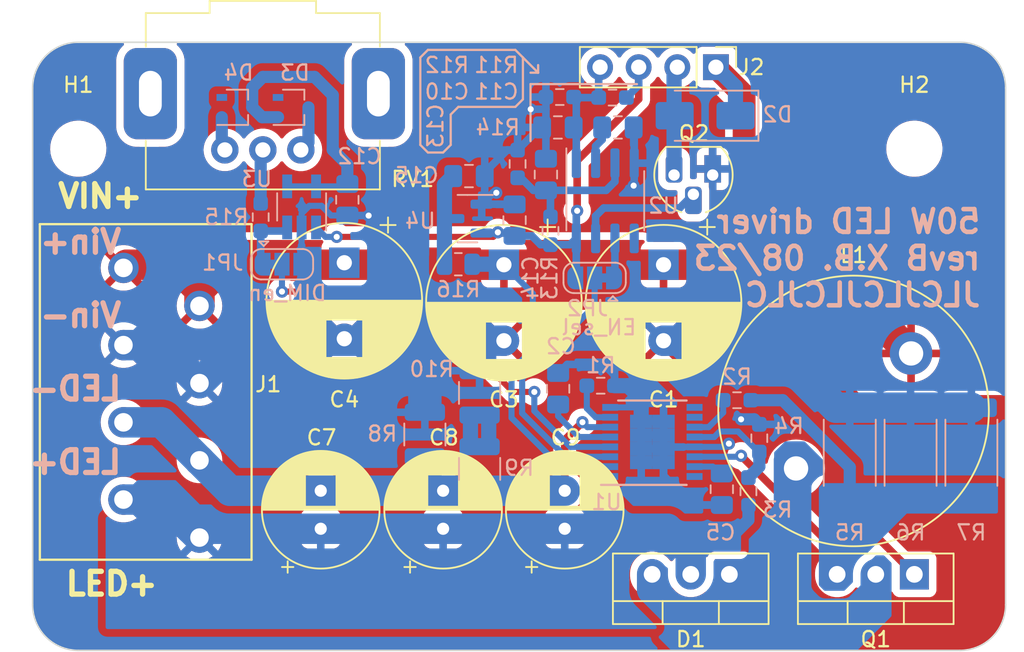
<source format=kicad_pcb>
(kicad_pcb (version 20221018) (generator pcbnew)
  (layers (0 "F.Cu" signal) (31 "B.Cu" signal) (34 "B.Paste" user) (35 "F.Paste" user) (36 "B.SilkS" user "B.Silkscreen") (37 "F.SilkS" user "F.Silkscreen") (38 "B.Mask" user) (39 "F.Mask" user) (44 "Edge.Cuts" user))
  (net 0 "")
  (net 1 "VCC")
  (net 2 "GND")
  (net 3 "/COMP")
  (net 4 "GNDA")
  (net 5 "/VDD")
  (net 6 "/LED+")
  (net 7 "/LED-")
  (net 8 "/Vsw")
  (net 9 "/Gate")
  (net 10 "/Isns_MOS")
  (net 11 "/FS")
  (net 12 "Net-(U1-IS)")
  (net 13 "/OVP")
  (net 14 "Net-(R10-Pad2)")
  (net 16 "/EN")
  (net 17 "/DIM")
  (net 21 "/FAN")
  (net 22 "/NTC")
  (net 23 "Net-(U2-Cf)")
  (net 24 "Net-(D3-A)")
  (net 25 "/Vas")
  (net 26 "+5V")
  (net 27 "/VCC_filt")
  (net 29 "Net-(D3-K)")
  (net 30 "Net-(D4-A)")
  (net 32 "Net-(JP1-A)")
  (net 33 "/~{Fan_fault}")
  (net 34 "Net-(Q2-G)")
  (net 35 "Net-(R15-Pad1)")
  (footprint "Capacitor_THT:CP_Radial_D7.5mm_P2.50mm" (layer "F.Cu") (at 74 85 90)
    (fp_text reference "C8")
    (fp_text value "47u")
  )
  (footprint "footprints:1986712-4_TE_Connectivity" (layer "F.Cu") (at 57.973 70.34 -90)
    (fp_text reference "J1")
    (fp_text value "PWR")
  )
  (footprint "MountingHole:MountingHole_3.2mm_M3" (layer "F.Cu") (at 105 60)
    (fp_text reference "H2")
    (fp_text value "MountingHole")
  )
  (footprint "Package_TO_SOT_THT:TO-220-3_Vertical" (layer "F.Cu") (at 105 88 180)
    (fp_text reference "Q1")
    (fp_text value "Q_NMOS_GDS")
  )
  (footprint "Capacitor_THT:CP_Radial_D7.5mm_P2.50mm" (layer "F.Cu") (at 65.95 85 90)
    (fp_text reference "C7")
    (fp_text value "47u")
  )
  (footprint "Capacitor_THT:CP_Radial_D10.0mm_P5.00mm" (layer "F.Cu") (at 78 67.632323 -90)
    (fp_text reference "C3")
    (fp_text value "470u")
  )
  (footprint "MountingHole:MountingHole_3.2mm_M3" (layer "F.Cu") (at 50 60)
    (fp_text reference "H1")
    (fp_text value "MountingHole")
  )
  (footprint "footprints:PCV-1-153-10L" (layer "F.Cu") (at 101 77.25 -135)
    (fp_text reference "L1")
    (fp_text value "15u")
  )
  (footprint "footprints:Potentiometer_oldTV_greyKnob" (layer "F.Cu") (at 62.142024 60.0775 -90)
    (fp_text reference "RV1")
    (fp_text value "100k")
  )
  (footprint "Connector_PinHeader_2.54mm:PinHeader_1x04_P2.54mm_Vertical" (layer "F.Cu") (at 91.945 54.6375 -90)
    (fp_text reference "J2")
    (fp_text value "FAN")
  )
  (footprint "Capacitor_THT:CP_Radial_D10.0mm_P5.00mm" (layer "F.Cu") (at 67.5 67.5 -90)
    (fp_text reference "C4")
    (fp_text value "470u")
  )
  (footprint "Package_TO_SOT_THT:TO-220-3_Vertical" (layer "F.Cu") (at 92.83 88 180)
    (fp_text reference "D1")
    (fp_text value "D_AAK")
  )
  (footprint "Capacitor_THT:CP_Radial_D10.0mm_P5.00mm" (layer "F.Cu") (at 88.5 67.632323 -90)
    (fp_text reference "C1")
    (fp_text value "470u")
  )
  (footprint "Capacitor_THT:CP_Radial_D7.5mm_P2.50mm" (layer "F.Cu") (at 82 85 90)
    (fp_text reference "C9")
    (fp_text value "47u")
  )
  (footprint "Package_TO_SOT_THT:TO-92L_HandSolder" (layer "F.Cu") (at 91.7325 61.73 180)
    (fp_text reference "Q2")
    (fp_text value "VN2210N3")
  )
  (footprint "Resistor_SMD:R_2512_6332Metric" (layer "B.Cu") (at 104.75 80 -90)
    (fp_text reference "R6")
    (fp_text value "200m")
  )
  (footprint "NetTie:NetTie-2_SMD_Pad0.5mm" (layer "B.Cu") (at 89.325 79.625)
    (fp_text reference "NT1")
    (fp_text value "NetTie_2")
  )
  (footprint "Resistor_SMD:R_0603_1608Metric_Pad0.98x0.95mm_HandSolder" (layer "B.Cu") (at 85.145 56.6375 180)
    (fp_text reference "R11")
    (fp_text value "DNP")
  )
  (footprint "Package_TO_SOT_SMD:SOT-23-5_HandSoldering" (layer "B.Cu") (at 64.692024 63.8275 90)
    (fp_text reference "U3")
    (fp_text value "~")
  )
  (footprint "Resistor_SMD:R_1210_3225Metric" (layer "B.Cu") (at 72.8 78.8 -90)
    (fp_text reference "R8")
    (fp_text value "2")
  )
  (footprint "Resistor_SMD:R_0603_1608Metric_Pad0.98x0.95mm_HandSolder" (layer "B.Cu") (at 62 64.5 -90)
    (fp_text reference "R15")
    (fp_text value "1k")
  )
  (footprint "Resistor_SMD:R_1210_3225Metric" (layer "B.Cu") (at 76.4 76.0625 -90)
    (fp_text reference "R10")
    (fp_text value "100m")
  )
  (footprint "Resistor_SMD:R_2512_6332Metric" (layer "B.Cu") (at 108.75 80 -90)
    (fp_text reference "R7")
    (fp_text value "200m")
  )
  (footprint "Diode_SMD:D_SMA" (layer "B.Cu") (at 91.2325 57.83 180)
    (fp_text reference "D2")
    (fp_text value "SS14")
  )
  (footprint "Resistor_SMD:R_0603_1608Metric_Pad0.98x0.95mm_HandSolder" (layer "B.Cu") (at 81.0625 65.4 90)
    (fp_text reference "R13")
    (fp_text value "33k")
  )
  (footprint "Resistor_SMD:R_0603_1608Metric_Pad0.98x0.95mm_HandSolder" (layer "B.Cu") (at 81.675 56.6 180)
    (fp_text reference "R12")
    (fp_text value "3.9k")
  )
  (footprint "Jumper:SolderJumper-3_P1.3mm_Bridged12_RoundedPad1.0x1.5mm" (layer "B.Cu") (at 63.4 67.6)
    (fp_text reference "JP1")
    (fp_text value "DIM_en")
  )
  (footprint "Package_TO_SOT_SMD:SOT-323_SC-70" (layer "B.Cu") (at 64.142024 57.2775)
    (fp_text reference "D3")
    (fp_text value "BAT54W")
  )
  (footprint "Jumper:SolderJumper-3_P1.3mm_Bridged12_RoundedPad1.0x1.5mm" (layer "B.Cu") (at 83.9675 68.5 180)
    (fp_text reference "JP2")
    (fp_text value "EN_sel")
  )
  (footprint "Package_TO_SOT_SMD:SOT-323_SC-70" (layer "B.Cu") (at 60.442024 57.2775)
    (fp_text reference "D4")
    (fp_text value "BAT54W")
  )
  (footprint "Resistor_SMD:R_0603_1608Metric_Pad0.98x0.95mm_HandSolder" (layer "B.Cu") (at 94.084285 82.54494 -90)
    (fp_text reference "R3")
    (fp_text value "100k")
  )
  (footprint "Capacitor_SMD:C_0805_2012Metric_Pad1.18x1.45mm_HandSolder" (layer "B.Cu") (at 78.7 64.7 90)
    (fp_text reference "C14")
    (fp_text value "10uF")
  )
  (footprint "Resistor_SMD:R_0603_1608Metric_Pad0.98x0.95mm_HandSolder" (layer "B.Cu") (at 78.9 61 90)
    (fp_text reference "R14")
    (fp_text value "18k")
  )
  (footprint "Resistor_SMD:R_0603_1608Metric_Pad0.98x0.95mm_HandSolder" (layer "B.Cu") (at 94.8 79.04494 -90)
    (fp_text reference "R4")
    (fp_text value "3k")
  )
  (footprint "Capacitor_SMD:C_0805_2012Metric_Pad1.18x1.45mm_HandSolder" (layer "B.Cu") (at 67.7 63.3575 -90)
    (fp_text reference "C12")
    (fp_text value "100nF")
  )
  (footprint "Capacitor_SMD:C_0805_2012Metric_Pad1.18x1.45mm_HandSolder" (layer "B.Cu") (at 81.55 58.6 180)
    (fp_text reference "C10")
    (fp_text value "10nF")
  )
  (footprint "Package_SO:SOIC-8_3.9x4.9mm_P1.27mm" (layer "B.Cu") (at 84.6675 63.425 -90)
    (fp_text reference "U2")
    (fp_text value "TC648")
  )
  (footprint "Package_TO_SOT_SMD:SOT-23" (layer "B.Cu") (at 75.6 64.6 180)
    (fp_text reference "U4")
    (fp_text value "MCP1799x-500xxTT")
  )
  (footprint "Capacitor_SMD:C_0805_2012Metric_Pad1.18x1.45mm_HandSolder" (layer "B.Cu") (at 75.7 61.8)
    (fp_text reference "C15")
    (fp_text value "10uF")
  )
  (footprint "Package_SO:TSSOP-16-1EP_4.4x5mm_P0.65mm" (layer "B.Cu") (at 87.765595 79.28994)
    (fp_text reference "U1")
    (fp_text value "MIC3230YTSE")
  )
  (footprint "Resistor_SMD:R_0805_2012Metric" (layer "B.Cu") (at 75 67.6 180)
    (fp_text reference "R16")
    (fp_text value "470")
  )
  (footprint "Resistor_SMD:R_0603_1608Metric_Pad0.98x0.95mm_HandSolder" (layer "B.Cu") (at 93.334285 76.54494)
    (fp_text reference "R2")
    (fp_text value "330")
  )
  (footprint "Resistor_SMD:R_2512_6332Metric" (layer "B.Cu") (at 100.75 80 -90)
    (fp_text reference "R5")
    (fp_text value "200m")
  )
  (footprint "Resistor_SMD:R_0603_1608Metric_Pad0.98x0.95mm_HandSolder" (layer "B.Cu") (at 84.365595 75.58994)
    (fp_text reference "R1")
    (fp_text value "16k1")
  )
  (footprint "Resistor_SMD:R_1210_3225Metric" (layer "B.Cu") (at 76.4 81.0625 -90)
    (fp_text reference "R9")
    (fp_text value "100m")
  )
  (footprint "Capacitor_SMD:C_0805_2012Metric_Pad1.18x1.45mm_HandSolder" (layer "B.Cu") (at 85.5 58.6)
    (fp_text reference "C11")
    (fp_text value "1u")
  )
  (footprint "Capacitor_SMD:C_0805_2012Metric_Pad1.18x1.45mm_HandSolder" (layer "B.Cu") (at 80.7625 61.7 90)
    (fp_text reference "C13")
    (fp_text value "10nF")
  )
  (footprint "Capacitor_SMD:C_0805_2012Metric_Pad1.18x1.45mm_HandSolder" (layer "B.Cu") (at 92.334285 82.4 -90)
    (fp_text reference "C5")
    (fp_text value "10uF")
  )
  (footprint "Capacitor_SMD:C_0805_2012Metric_Pad1.18x1.45mm_HandSolder" (layer "B.Cu") (at 81.565595 75.78994 90)
    (fp_text reference "C2")
    (fp_text value "10nF")
  )
  (gr_line (start 80.25 55) (end 79.75 55) (stroke (width 0.15)) (layer "B.SilkS"))
  (gr_line (start 80.25 55) (end 80.25 54.5) (stroke (width 0.15)) (layer "B.SilkS"))
  (gr_line (start 78.75 53.5) (end 79.25 54) (stroke (width 0.15)) (layer "B.SilkS"))
  (gr_line (start 78.75 57.25) (end 75 57.25) (stroke (width 0.15)) (layer "B.SilkS"))
  (gr_line (start 74.5 59.5) (end 74.5 59.75) (stroke (width 0.15)) (layer "B.SilkS"))
  (gr_line (start 79.25 54) (end 79.25 56.75) (stroke (width 0.15)) (layer "B.SilkS"))
  (gr_line (start 74 60.25) (end 73 60.25) (stroke (width 0.15)) (layer "B.SilkS"))
  (gr_line (start 74.5 59.75) (end 74 60.25) (stroke (width 0.15)) (layer "B.SilkS"))
  (gr_line (start 74.5 57.75) (end 74.5 59.5) (stroke (width 0.15)) (layer "B.SilkS"))
  (gr_line (start 73 53.5) (end 78.75 53.5) (stroke (width 0.15)) (layer "B.SilkS"))
  (gr_line (start 72.5 54) (end 73 53.5) (stroke (width 0.15)) (layer "B.SilkS"))
  (gr_line (start 79.75 55.75) (end 79.75 59.5) (stroke (width 0.15)) (layer "B.SilkS"))
  (gr_line (start 72.5 59.75) (end 72.5 54) (stroke (width 0.15)) (layer "B.SilkS"))
  (gr_line (start 75 57.25) (end 74.5 57.75) (stroke (width 0.15)) (layer "B.SilkS"))
  (gr_line (start 86.75 55.75) (end 79.75 55.75) (stroke (width 0.15)) (layer "B.SilkS"))
  (gr_line (start 79.25 56.75) (end 78.75 57.25) (stroke (width 0.15)) (layer "B.SilkS"))
  (gr_line (start 73 60.25) (end 72.5 59.75) (stroke (width 0.15)) (layer "B.SilkS"))
  (gr_line (start 79.25 54) (end 80.25 55) (stroke (width 0.15)) (layer "B.SilkS"))
  (gr_arc (start 108 53) (mid 110.12132 53.87868) (end 111 56) (stroke (width 0.1)) (layer "Edge.Cuts"))
  (gr_arc (start 47 56) (mid 47.87868 53.87868) (end 50 53) (stroke (width 0.1)) (layer "Edge.Cuts"))
  (gr_arc (start 111 90) (mid 110.12132 92.12132) (end 108 93) (stroke (width 0.1)) (layer "Edge.Cuts"))
  (gr_line (start 108 53) (end 50 53) (stroke (width 0.1)) (layer "Edge.Cuts"))
  (gr_arc (start 50 93) (mid 47.87868 92.12132) (end 47 90) (stroke (width 0.1)) (layer "Edge.Cuts"))
  (gr_line (start 47 90) (end 47 56) (stroke (width 0.1)) (layer "Edge.Cuts"))
  (gr_line (start 108 93) (end 50 93) (stroke (width 0.1)) (layer "Edge.Cuts"))
  (gr_line (start 111 90) (end 111 56) (stroke (width 0.1)) (layer "Edge.Cuts"))
  (gr_text "50W LED driver\nrevB X.B. 08/23\nJLCJLCJLCJLC" (at 109.5 70.5) (layer "B.SilkS") (effects (font (size 1.5 1.5) (thickness 0.3) bold) (justify left bottom mirror)))
  (gr_text "Vin+\n\nVin-\n\nLED-\n\nLED+" (at 53 81.5) (layer "B.SilkS") (effects (font (size 1.5 1.5) (thickness 0.35) bold) (justify left bottom mirror)))
  (gr_text "VIN+" (at 48.5 64) (layer "F.SilkS") (effects (font (size 1.5 1.5) (thickness 0.35) bold) (justify left bottom)))
  (gr_text "LED+" (at 49 89.5) (layer "F.SilkS") (effects (font (size 1.5 1.5) (thickness 0.35) bold) (justify left bottom)))
  (segment (start 98.948365 67.632323) (end 104.783021 73.466979) (width 2) (layer "F.Cu") (net 1))
  (segment (start 88.5 67.632323) (end 90.467677 67.632323) (width 1.5) (layer "F.Cu") (net 1))
  (segment (start 88.5 67.632323) (end 57.8 67.632323) (width 2) (layer "F.Cu") (net 1))
  (segment (start 53.180677 67.632323) (end 52.973 67.84) (width 2) (layer "F.Cu") (net 1))
  (segment (start 88.5 67.632323) (end 98.948365 67.632323) (width 2) (layer "F.Cu") (net 1))
  (segment (start 57.973 70.34) (end 57.973 67.805323) (width 2) (layer "F.Cu") (net 1))
  (segment (start 93.8 64.3) (end 93.8 56.4925) (width 1.5) (layer "F.Cu") (net 1))
  (segment (start 57.8 67.632323) (end 53.180677 67.632323) (width 2) (layer "F.Cu") (net 1))
  (segment (start 93.8 56.4925) (end 91.945 54.6375) (width 1.5) (layer "F.Cu") (net 1))
  (segment (start 57.973 67.805323) (end 57.8 67.632323) (width 2) (layer "F.Cu") (net 1))
  (segment (start 90.467677 67.632323) (end 93.8 64.3) (width 1.5) (layer "F.Cu") (net 1))
  (segment (start 79.9 73.2) (end 79.9 69.532323) (width 0.4) (layer "B.Cu") (net 1))
  (segment (start 78.5 74.6) (end 79.9 73.2) (width 0.4) (layer "B.Cu") (net 1))
  (segment (start 75.9125 67.6) (end 77.967677 67.6) (width 1) (layer "B.Cu") (net 1))
  (segment (start 79.9 69.532323) (end 78 67.632323) (width 0.4) (layer "B.Cu") (net 1))
  (segment (start 93.2325 57.83) (end 93.2325 55.925) (width 1) (layer "B.Cu") (net 1))
  (segment (start 84.990595 80.91494) (end 81.71494 80.91494) (width 0.4) (layer "B.Cu") (net 1))
  (segment (start 78.5 77.7) (end 78.5 74.6) (width 0.4) (layer "B.Cu") (net 1))
  (segment (start 81.71494 80.91494) (end 78.5 77.7) (width 0.4) (layer "B.Cu") (net 1))
  (segment (start 77.967677 67.6) (end 78 67.632323) (width 1) (layer "B.Cu") (net 1))
  (segment (start 93.2325 55.925) (end 91.945 54.6375) (width 1) (layer "B.Cu") (net 1))
  (segment (start 92.8 79.4) (end 92.8 78.6) (width 0.8) (layer "F.Cu") (net 2))
  (segment (start 88.5 72.632323) (end 88.5 72.7) (width 0.8) (layer "F.Cu") (net 2))
  (segment (start 88.5 72.7) (end 93.6 77.8) (width 0.8) (layer "F.Cu") (net 2))
  (segment (start 92.8 78.6) (end 93.6 77.8) (width 0.8) (layer "F.Cu") (net 2))
  (via (at 93.6 77.8) (size 0.8) (drill 0.4) (layers "F.Cu" "B.Cu") (net 2))
  (via (at 92.8 79.4) (size 0.8) (drill 0.4) (layers "F.Cu" "B.Cu") (net 2))
  (via (at 69.1 64.4) (size 0.8) (drill 0.4) (layers "F.Cu" "B.Cu") (net 2))
  (via (at 77.5 62.9) (size 0.8) (drill 0.4) (layers "F.Cu" "B.Cu") (net 2))
  (via (at 86.5325 62.43) (size 0.8) (drill 0.4) (layers "F.Cu" "B.Cu") (net 2))
  (via (at 79.7625 57.4) (size 0.8) (drill 0.4) (layers "F.Cu" "B.Cu") (net 2))
  (segment (start 73.4 77.352588) (end 73.4 72.647411) (width 1) (layer "B.Cu") (net 2))
  (segment (start 80.5125 58.6) (end 80.3875 58.6) (width 0.5) (layer "B.Cu") (net 2))
  (segment (start 75.8 74) (end 75.8 72.632323) (width 1) (layer "B.Cu") (net 2))
  (segment (start 80.3875 58.6) (end 78.9 60.0875) (width 0.5) (layer "B.Cu") (net 2))
  (segment (start 94.46756 77.8) (end 94.8 78.13244) (width 0.8) (layer "B.Cu") (net 2))
  (segment (start 64.692024 67.592024) (end 64.7 67.6) (width 0.4) (layer "B.Cu") (net 2))
  (segment (start 64.7 67.6) (end 64.7 69.7) (width 0.4) (layer "B.Cu") (net 2))
  (segment (start 60.760677 72.632323) (end 57.973 75.42) (width 2) (layer "B.Cu") (net 2))
  (segment (start 76.5375 63.65) (end 78.6875 63.65) (width 0.5) (layer "B.Cu") (net 2))
  (segment (start 52.973 72.92) (end 55.473 72.92) (width 2) (layer "B.Cu") (net 2))
  (segment (start 86.5725 58.635) (end 86.5375 58.6) (width 0.5) (layer "B.Cu") (net 2))
  (segment (start 86.5725 60.95) (end 86.5725 58.635) (width 0.5) (layer "B.Cu") (net 2))
  (segment (start 92.58506 79.61494) (end 92.8 79.4) (width 0.4) (layer "B.Cu") (net 2))
  (segment (start 73.4 72.647411) (end 73.415088 72.632323) (width 2) (layer "B.Cu") (net 2))
  (segment (start 100.75 77.0375) (end 99.8375 77.0375) (width 2) (layer "B.Cu") (net 2))
  (segment (start 64.692024 65.1775) (end 64.692024 67.592024) (width 0.4) (layer "B.Cu") (net 2))
  (segment (start 76.4 74.6) (end 77 74) (width 1) (layer "B.Cu") (net 2))
  (segment (start 79.7625 57.4) (end 80.7625 57.4) (width 0.5) (layer "B.Cu") (net 2))
  (segment (start 66.6375 64.395) (end 67.7 64.395) (width 0.4) (layer "B.Cu") (net 2))
  (segment (start 69.1 64.4) (end 67.705 64.4) (width 0.4) (layer "B.Cu") (net 2))
  (segment (start 89.83506 79.61494) (end 89.825 79.625) (width 0.4) (layer "B.Cu") (net 2))
  (segment (start 99.8375 77.0375) (end 95.432323 72.632323) (width 2) (layer "B.Cu") (net 2))
  (segment (start 78.6875 63.65) (end 78.7 63.6625) (width 0.5) (layer "B.Cu") (net 2))
  (segment (start 67.705 64.4) (end 67.7 64.395) (width 0.4) (layer "B.Cu") (net 2))
  (segment (start 77 74) (end 77 72.632323) (width 1) (layer "B.Cu") (net 2))
  (segment (start 80.7625 57.4) (end 80.7625 56.6) (width 0.5) (layer "B.Cu") (net 2))
  (segment (start 76.7375 61.8) (end 76.7375 63.45) (width 0.5) (layer "B.Cu") (net 2))
  (segment (start 93.6 77.8) (end 94.46756 77.8) (width 0.8) (layer "B.Cu") (net 2))
  (segment (start 90.540595 79.61494) (end 92.58506 79.61494) (width 0.4) (layer "B.Cu") (net 2))
  (segment (start 77.2875 62.9) (end 76.5375 63.65) (width 0.5) (layer "B.Cu") (net 2))
  (segment (start 73.415088 72.632323) (end 78 72.632323) (width 2) (layer "B.Cu") (net 2))
  (segment (start 55.473 72.92) (end 57.973 75.42) (width 2) (layer "B.Cu") (net 2))
  (segment (start 108.75 77.0375) (end 100.75 77.0375) (width 2) (layer "B.Cu") (net 2))
  (segment (start 78.9 60.0875) (end 78.2125 60.0875) (width 0.5) (layer "B.Cu") (net 2))
  (segment (start 64.692024 64.265476) (end 65.2 63.7575) (width 0.4) (layer "B.Cu") (net 2))
  (segment (start 72.8 72.632323) (end 60.760677 72.632323) (width 2) (layer "B.Cu") (net 2))
  (segment (start 76.7375 63.45) (end 76.5375 63.65) (width 0.5) (layer "B.Cu") (net 2))
  (segment (start 95.432323 72.632323) (end 88.5 72.632323) (width 2) (layer "B.Cu") (net 2))
  (segment (start 76.7375 61.5625) (end 76.7375 61.8) (width 0.5) (layer "B.Cu") (net 2))
  (segment (start 76.4 74.6) (end 75.8 74) (width 1) (layer "B.Cu") (net 2))
  (segment (start 64.7 69.7) (end 67.5 72.5) (width 0.4) (layer "B.Cu") (net 2))
  (segment (start 72.2 77.352588) (end 72.2 72.647411) (width 1) (layer "B.Cu") (net 2))
  (segment (start 77.5 62.9) (end 77.2875 62.9) (width 0.5) (layer "B.Cu") (net 2))
  (segment (start 80.7625 60.6625) (end 80.7625 57.4) (width 0.5) (layer "B.Cu") (net 2))
  (segment (start 65.2 63.7575) (end 66 63.7575) (width 0.4) (layer "B.Cu") (net 2))
  (segment (start 90.540595 79.61494) (end 89.83506 79.61494) (width 0.4) (layer "B.Cu") (net 2))
  (segment (start 66 63.7575) (end 66.6375 64.395) (width 0.4) (layer "B.Cu") (net 2))
  (segment (start 64.692024 65.1775) (end 64.692024 64.265476) (width 0.4) (layer "B.Cu") (net 2))
  (segment (start 78.2125 60.0875) (end 76.7375 61.5625) (width 0.5) (layer "B.Cu") (net 2))
  (segment (start 82.940595 78.96494) (end 81.565595 77.58994) (width 0.4) (layer "B.Cu") (net 3))
  (segment (start 81.565595 77.58994) (end 81.565595 76.82744) (width 0.4) (layer "B.Cu") (net 3))
  (segment (start 84.990595 78.96494) (end 82.940595 78.96494) (width 0.4) (layer "B.Cu") (net 3))
  (segment (start 87.005595 77.01494) (end 87.030595 76.98994) (width 0.4) (layer "B.Cu") (net 4))
  (segment (start 87.030595 76.45494) (end 87.030595 76.98994) (width 1) (layer "B.Cu") (net 4))
  (segment (start 92.334285 83.4375) (end 90.4375 83.4375) (width 0.5) (layer "B.Cu") (net 4))
  (segment (start 84.990595 77.01494) (end 87.005595 77.01494) (width 0.4) (layer "B.Cu") (net 4))
  (segment (start 90.4375 83.4375) (end 88.500595 81.500595) (width 0.5) (layer "B.Cu") (net 4))
  (segment (start 85.278095 75.58994) (end 86.165595 75.58994) (width 1) (layer "B.Cu") (net 4))
  (segment (start 84.565595 74.18994) (end 85.278095 74.90244) (width 0.5) (layer "B.Cu") (net 4))
  (segment (start 82.165595 74.18994) (end 84.565595 74.18994) (width 0.5) (layer "B.Cu") (net 4))
  (segment (start 88.500595 81.500595) (end 88.500595 80.63244) (width 0.5) (layer "B.Cu") (net 4))
  (segment (start 86.165595 75.58994) (end 87.030595 76.45494) (width 1) (layer "B.Cu") (net 4))
  (segment (start 85.278095 74.90244) (end 85.278095 75.58994) (width 0.5) (layer "B.Cu") (net 4))
  (segment (start 87.030595 76.98994) (end 87.030595 77.94744) (width 1) (layer "B.Cu") (net 4))
  (segment (start 81.603095 74.75244) (end 82.165595 74.18994) (width 0.5) (layer "B.Cu") (net 4))
  (segment (start 90.540595 80.91494) (end 91.741785 80.91494) (width 0.4) (layer "B.Cu") (net 5))
  (segment (start 91.741785 80.91494) (end 92.334285 81.50744) (width 0.4) (layer "B.Cu") (net 5))
  (segment (start 88.75 85) (end 90.29 86.54) (width 2) (layer "B.Cu") (net 6))
  (segment (start 92.75 85.75) (end 91.08 85.75) (width 0.8) (layer "B.Cu") (net 6))
  (segment (start 82 85) (end 57.393 85) (width 2) (layer "B.Cu") (net 6))
  (segment (start 55.473 83.08) (end 57.1965 84.8035) (width 2) (layer "B.Cu") (net 6))
  (segment (start 57.393 85) (end 57.1965 84.8035) (width 2) (layer "B.Cu") (net 6))
  (segment (start 91.08 85.75) (end 90.29 86.54) (width 0.8) (layer "B.Cu") (net 6))
  (segment (start 82 85) (end 88.75 85) (width 2) (layer "B.Cu") (net 6))
  (segment (start 94.084285 84.415715) (end 92.75 85.75) (width 0.8) (layer "B.Cu") (net 6))
  (segment (start 94.084285 83.45744) (end 94.084285 84.415715) (width 0.8) (layer "B.Cu") (net 6))
  (segment (start 90.29 86.54) (end 90.29 88) (width 2) (layer "B.Cu") (net 6))
  (segment (start 52.973 83.08) (end 55.473 83.08) (width 2) (layer "B.Cu") (net 6))
  (segment (start 57.1965 84.8035) (end 57.973 85.58) (width 2) (layer "B.Cu") (net 6))
  (segment (start 82 79.155535) (end 82 82.5) (width 0.5) (layer "F.Cu") (net 7))
  (segment (start 82.765595 78.38994) (end 82 79.155535) (width 0.5) (layer "F.Cu") (net 7))
  (segment (start 82.765595 78.38994) (end 83.165595 77.98994) (width 0.5) (layer "F.Cu") (net 7))
  (via (at 83.165595 77.98994) (size 0.8) (drill 0.4) (layers "F.Cu" "B.Cu") (net 7))
  (segment (start 82 82.5) (end 59.973 82.5) (width 2) (layer "B.Cu") (net 7))
  (segment (start 73.4 82.4375) (end 73.4 80.3625) (width 1) (layer "B.Cu") (net 7))
  (segment (start 52.973 78) (end 55.473 78) (width 2) (layer "B.Cu") (net 7))
  (segment (start 72.2 82.4375) (end 72.2 80.3625) (width 1) (layer "B.Cu") (net 7))
  (segment (start 83.490595 78.31494) (end 84.990595 78.31494) (width 0.4) (layer "B.Cu") (net 7))
  (segment (start 59.973 82.5) (end 57.973 80.5) (width 2) (layer "B.Cu") (net 7))
  (segment (start 55.473 78) (end 57.973 80.5) (width 2) (layer "B.Cu") (net 7))
  (segment (start 83.165595 77.98994) (end 83.490595 78.31494) (width 0.4) (layer "B.Cu") (net 7))
  (segment (start 97.016979 88) (end 97.216979 88.2) (width 2) (layer "B.Cu") (net 8))
  (segment (start 89.333021 90.583021) (end 87.75 89) (width 2) (layer "B.Cu") (net 8))
  (segment (start 97.216979 81.033021) (end 97.216979 88.2) (width 2) (layer "B.Cu") (net 8))
  (segment (start 102.46 89.14) (end 102.46 88) (width 2) (layer "B.Cu") (net 8))
  (segment (start 97.216979 88.2) (end 97.216979 90.583021) (width 2) (layer "B.Cu") (net 8))
  (segment (start 87.75 89) (end 87.75 88) (width 2) (layer "B.Cu") (net 8))
  (segment (start 101.016979 90.583021) (end 102.46 89.14) (width 2) (layer "B.Cu") (net 8))
  (segment (start 97.216979 90.583021) (end 89.333021 90.583021) (width 2) (layer "B.Cu") (net 8))
  (segment (start 97.016979 88) (end 92.83 88) (width 2) (layer "B.Cu") (net 8))
  (segment (start 97.216979 90.583021) (end 101.016979 90.583021) (width 2) (layer "B.Cu") (net 8))
  (segment (start 99.2 85.8) (end 93.6 80.2) (width 0.5) (layer "F.Cu") (net 9))
  (segment (start 105 88) (end 102.8 85.8) (width 0.5) (layer "F.Cu") (net 9))
  (segment (start 102.8 85.8) (end 99.2 85.8) (width 0.5) (layer "F.Cu") (net 9))
  (via (at 93.6 80.2) (size 0.8) (drill 0.4) (layers "F.Cu" "B.Cu") (net 9))
  (segment (start 90.540595 80.26494) (end 93.53506 80.26494) (width 0.4) (layer "B.Cu") (net 9))
  (segment (start 93.53506 80.26494) (end 93.6 80.2) (width 0.4) (layer "B.Cu") (net 9))
  (segment (start 96.34494 76.54494) (end 94.246785 76.54494) (width 0.8) (layer "B.Cu") (net 10))
  (segment (start 100.75 82.9625) (end 100.75 80.95) (width 0.8) (layer "B.Cu") (net 10))
  (segment (start 108.75 82.9625) (end 100.75 82.9625) (width 1.5) (layer "B.Cu") (net 10))
  (segment (start 99.92 83.7925) (end 100.75 82.9625) (width 1.5) (layer "B.Cu") (net 10))
  (segment (start 99.92 88) (end 99.92 83.7925) (width 1.5) (layer "B.Cu") (net 10))
  (segment (start 100.75 80.95) (end 96.34494 76.54494) (width 0.8) (layer "B.Cu") (net 10))
  (segment (start 84.990595 77.66494) (end 84.040595 77.66494) (width 0.4) (layer "B.Cu") (net 11))
  (segment (start 83.453095 77.07744) (end 83.453095 75.58994) (width 0.4) (layer "B.Cu") (net 11))
  (segment (start 84.040595 77.66494) (end 83.453095 77.07744) (width 0.4) (layer "B.Cu") (net 11))
  (segment (start 91.465595 78.31494) (end 92.421785 77.35875) (width 0.4) (layer "B.Cu") (net 12))
  (segment (start 92.421785 77.35875) (end 92.421785 76.54494) (width 0.4) (layer "B.Cu") (net 12))
  (segment (start 90.540595 78.31494) (end 91.465595 78.31494) (width 0.4) (layer "B.Cu") (net 12))
  (segment (start 91.83506 78.96494) (end 90.540595 78.96494) (width 0.4) (layer "B.Cu") (net 13))
  (segment (start 93.4 78.6) (end 92.2 78.6) (width 0.4) (layer "B.Cu") (net 13))
  (segment (start 94.75744 79.95744) (end 93.4 78.6) (width 0.4) (layer "B.Cu") (net 13))
  (segment (start 94.8 80.916725) (end 94.084285 81.63244) (width 0.8) (layer "B.Cu") (net 13))
  (segment (start 94.8 79.95744) (end 94.75744 79.95744) (width 0.4) (layer "B.Cu") (net 13))
  (segment (start 94.8 79.95744) (end 94.8 80.916725) (width 0.8) (layer "B.Cu") (net 13))
  (segment (start 92.2 78.6) (end 91.83506 78.96494) (width 0.4) (layer "B.Cu") (net 13))
  (segment (start 75.8 79.6) (end 75.8 77.525) (width 1) (layer "B.Cu") (net 14))
  (segment (start 77 79.6) (end 77 77.525) (width 1) (layer "B.Cu") (net 14))
  (segment (start 82.06494 80.26494) (end 79.2 77.4) (width 0.4) (layer "B.Cu") (net 16))
  (segment (start 79.2 75.1) (end 83.9675 70.3325) (width 0.4) (layer "B.Cu") (net 16))
  (segment (start 83.9675 70.3325) (end 83.9675 68.5) (width 0.4) (layer "B.Cu") (net 16))
  (segment (start 84.990595 80.26494) (end 82.06494 80.26494) (width 0.4) (layer "B.Cu") (net 16))
  (segment (start 79.2 77.4) (end 79.2 75.1) (width 0.4) (layer "B.Cu") (net 16))
  (segment (start 78.6 76) (end 80 76) (width 0.4) (layer "F.Cu") (net 17))
  (segment (start 63.4 69.4) (end 72 69.4) (width 0.4) (layer "F.Cu") (net 17))
  (segment (start 72 69.4) (end 78.6 76) (width 0.4) (layer "F.Cu") (net 17))
  (via (at 63.4 69.4) (size 0.8) (drill 0.4) (layers "F.Cu" "B.Cu") (net 17))
  (via (at 80 76) (size 0.8) (drill 0.4) (layers "F.Cu" "B.Cu") (net 17))
  (segment (start 80 77.25) (end 80 76) (width 0.4) (layer "B.Cu") (net 17))
  (segment (start 84.990595 79.61494) (end 82.36494 79.61494) (width 0.4) (layer "B.Cu") (net 17))
  (segment (start 82.36494 79.61494) (end 80 77.25) (width 0.4) (layer "B.Cu") (net 17))
  (segment (start 63.4 67.6) (end 63.4 69.4) (width 0.4) (layer "B.Cu") (net 17))
  (segment (start 89.1925 61.73) (end 89.1925 54.85) (width 1) (layer "B.Cu") (net 21))
  (segment (start 89.1925 54.85) (end 89.405 54.6375) (width 1) (layer "B.Cu") (net 21))
  (segment (start 84.2325 54.73) (end 84.325 54.6375) (width 0.5) (layer "B.Cu") (net 22))
  (segment (start 82.625 56.6375) (end 82.5875 56.6) (width 0.5) (layer "B.Cu") (net 22))
  (segment (start 82.7625 60.95) (end 82.7625 56.775) (width 0.5) (layer "B.Cu") (net 22))
  (segment (start 82.7625 56.775) (end 82.5875 56.6) (width 0.5) (layer "B.Cu") (net 22))
  (segment (start 84.2325 56.6375) (end 82.625 56.6375) (width 0.5) (layer "B.Cu") (net 22))
  (segment (start 84.2325 56.6375) (end 84.2325 54.73) (width 0.5) (layer "B.Cu") (net 22))
  (segment (start 84.0325 59.83) (end 84.4625 59.4) (width 0.5) (layer "B.Cu") (net 23))
  (segment (start 84.0325 60.95) (end 84.0325 59.83) (width 0.5) (layer "B.Cu") (net 23))
  (segment (start 84.4625 59.4) (end 84.4625 58.6) (width 0.5) (layer "B.Cu") (net 23))
  (segment (start 65.542024 55.2775) (end 62.142024 55.2775) (width 0.8) (layer "B.Cu") (net 24))
  (segment (start 67.5425 62.4775) (end 67.7 62.32) (width 0.4) (layer "B.Cu") (net 24))
  (segment (start 61.442024 55.9775) (end 62.142024 55.2775) (width 0.8) (layer "B.Cu") (net 24))
  (segment (start 63.742024 62.4775) (end 67.5425 62.4775) (width 0.4) (layer "B.Cu") (net 24))
  (segment (start 67.7 61.035476) (end 66.742024 60.0775) (width 0.8) (layer "B.Cu") (net 24))
  (segment (start 67.7 62.32) (end 67.7 61.035476) (width 0.8) (layer "B.Cu") (net 24))
  (segment (start 63.142024 57.9275) (end 62.092024 57.9275) (width 0.8) (layer "B.Cu") (net 24))
  (segment (start 62.092024 57.9275) (end 61.442024 57.2775) (width 0.8) (layer "B.Cu") (net 24))
  (segment (start 61.442024 57.2775) (end 61.442024 55.9775) (width 0.8) (layer "B.Cu") (net 24))
  (segment (start 66.742024 56.4775) (end 65.542024 55.2775) (width 0.8) (layer "B.Cu") (net 24))
  (segment (start 66.742024 60.0775) (end 66.742024 56.4775) (width 0.8) (layer "B.Cu") (net 24))
  (segment (start 79.1125 61.9125) (end 79.9375 62.7375) (width 0.5) (layer "B.Cu") (net 25))
  (segment (start 84.725 62.7375) (end 80.7625 62.7375) (width 0.5) (layer "B.Cu") (net 25))
  (segment (start 78.9 61.9125) (end 79.1125 61.9125) (width 0.5) (layer "B.Cu") (net 25))
  (segment (start 85.3025 62.16) (end 84.725 62.7375) (width 0.5) (layer "B.Cu") (net 25))
  (segment (start 85.3025 60.95) (end 85.3025 62.16) (width 0.5) (layer "B.Cu") (net 25))
  (segment (start 79.9375 62.7375) (end 80.7625 62.7375) (width 0.5) (layer "B.Cu") (net 25))
  (segment (start 81.0625 64.4875) (end 81.0625 63.0375) (width 0.5) (layer "B.Cu") (net 25))
  (segment (start 86.865 56.735) (end 86.865 54.6375) (width 0.5) (layer "F.Cu") (net 26))
  (segment (start 77.3 65.8) (end 77.6 65.5) (width 0.4) (layer "F.Cu") (net 26))
  (segment (start 82.8175 60.7825) (end 86.865 56.735) (width 0.5) (layer "F.Cu") (net 26))
  (segment (start 82.8175 64.085) (end 82.8175 60.7825) (width 0.5) (layer "F.Cu") (net 26))
  (segment (start 67 65.8) (end 77.3 65.8) (width 0.4) (layer "F.Cu") (net 26))
  (via (at 82.8175 64.085) (size 0.8) (drill 0.4) (layers "F.Cu" "B.Cu") (net 26))
  (via (at 67 65.8) (size 0.8) (drill 0.4) (layers "F.Cu" "B.Cu") (net 26))
  (via (at 77.6 65.5) (size 0.8) (drill 0.4) (layers "F.Cu" "B.Cu") (net 26))
  (segment (start 77.65 65.55) (end 78.5125 65.55) (width 0.5) (layer "B.Cu") (net 26))
  (segment (start 82.7625 68.405) (end 82.6675 68.5) (width 0.5) (layer "B.Cu") (net 26))
  (segment (start 80.4125 66.3125) (end 79.8375 65.7375) (width 0.5) (layer "B.Cu") (net 26))
  (segment (start 86.865 54.6375) (end 86.865 55.83) (width 0.5) (layer "B.Cu") (net 26))
  (segment (start 76.5375 65.55) (end 77.55 65.55) (width 0.5) (layer "B.Cu") (net 26))
  (segment (start 81.0625 66.3125) (end 80.4125 66.3125) (width 0.5) (layer "B.Cu") (net 26))
  (segment (start 82.7625 65.9) (end 82.7625 68.405) (width 0.5) (layer "B.Cu") (net 26))
  (segment (start 67 65.8) (end 66.264524 65.8) (width 0.4) (layer "B.Cu") (net 26))
  (segment (start 78.5125 65.55) (end 78.7 65.7375) (width 0.5) (layer "B.Cu") (net 26))
  (segment (start 66.264524 65.8) (end 65.642024 65.1775) (width 0.4) (layer "B.Cu") (net 26))
  (segment (start 82.7625 65.9) (end 82.7625 64.14) (width 0.5) (layer "B.Cu") (net 26))
  (segment (start 81.0625 66.3125) (end 82.35 66.3125) (width 0.5) (layer "B.Cu") (net 26))
  (segment (start 79.8375 65.7375) (end 78.7 65.7375) (width 0.5) (layer "B.Cu") (net 26))
  (segment (start 77.6 65.5) (end 77.65 65.55) (width 0.5) (layer "B.Cu") (net 26))
  (segment (start 77.55 65.55) (end 77.6 65.5) (width 0.5) (layer "B.Cu") (net 26))
  (segment (start 86.865 55.83) (end 86.0575 56.6375) (width 0.5) (layer "B.Cu") (net 26))
  (segment (start 82.35 66.3125) (end 82.7625 65.9) (width 0.5) (layer "B.Cu") (net 26))
  (segment (start 74.0875 67.6) (end 74.0875 62.375) (width 1) (layer "B.Cu") (net 27))
  (segment (start 74.0875 62.375) (end 74.6625 61.8) (width 1) (layer "B.Cu") (net 27))
  (segment (start 65.142024 57.2775) (end 65.142024 59.5775) (width 0.8) (layer "B.Cu") (net 29))
  (segment (start 65.142024 59.5775) (end 64.642024 60.0775) (width 0.8) (layer "B.Cu") (net 29))
  (segment (start 59.442024 57.9275) (end 59.442024 59.8775) (width 0.8) (layer "B.Cu") (net 30))
  (segment (start 59.442024 59.8775) (end 59.642024 60.0775) (width 0.8) (layer "B.Cu") (net 30))
  (segment (start 62 65.4125) (end 63.507024 65.4125) (width 0.5) (layer "B.Cu") (net 32))
  (segment (start 62.0125 67.5125) (end 62.1 67.6) (width 0.4) (layer "B.Cu") (net 32))
  (segment (start 62 67.5) (end 62.1 67.6) (width 0.5) (layer "B.Cu") (net 32))
  (segment (start 62 65.4125) (end 62 67.5) (width 0.5) (layer "B.Cu") (net 32))
  (segment (start 63.507024 65.4125) (end 63.742024 65.1775) (width 0.5) (layer "B.Cu") (net 32))
  (segment (start 85.3025 68.465) (end 85.2675 68.5) (width 0.5) (layer "B.Cu") (net 33))
  (segment (start 85.3025 65.9) (end 85.3025 68.465) (width 0.5) (layer "B.Cu") (net 33))
  (segment (start 84.5625 63.9) (end 89.5625 63.9) (width 0.5) (layer "B.Cu") (net 34))
  (segment (start 89.5625 63.9) (end 90.4625 63) (width 0.5) (layer "B.Cu") (net 34))
  (segment (start 84.0325 64.43) (end 84.5625 63.9) (width 0.5) (layer "B.Cu") (net 34))
  (segment (start 84.0325 65.9) (end 84.0325 64.43) (width 0.5) (layer "B.Cu") (net 34))
  (segment (start 62 63.5875) (end 62 60.219524) (width 0.8) (layer "B.Cu") (net 35))
  (segment (start 62 60.219524) (end 62.142024 60.0775) (width 0.8) (layer "B.Cu") (net 35))
  (zone (net 1) (net_name "VCC") (layer "F.Cu") (priority 2) (connect_pads (clearance 0.5)) (min_thickness 0.25) (fill yes (thermal_gap 0.5) (thermal_bridge_width 0.5))
    (polygon (pts (xy 51.2 66) (xy 111.1 66) (xy 111.1 75.7) (xy 101.7 75.7) (xy 96.6 70.6) (xy 60.6 70.6) (xy 59.4 71.8) (xy 54 71.8) (xy 51.2 69)))
  )
  (zone (net 2) (net_name "GND") (layers "F&B.Cu") (priority 1) (connect_pads (clearance 0.5)) (min_thickness 0.25) (fill yes (thermal_gap 0.5) (thermal_bridge_width 0.5))
    (polygon (pts (xy 47 93) (xy 111 93) (xy 111 53) (xy 47 53)))
  )
  (zone (net 8) (net_name "/Vsw") (layer "B.Cu") (priority 2) (connect_pads yes (clearance 0.5)) (min_thickness 0.25) (fill yes (thermal_gap 0.5) (thermal_bridge_width 0.5))
    (polygon (pts (xy 99 89.5) (xy 100.75 89.5) (xy 101.5 88.75) (xy 101.5 87.25) (xy 102 86.75) (xy 103 86.75) (xy 103.5 87.25) (xy 103.5 90.75) (xy 101.25 93) (xy 89 93) (xy 86.5 90.5) (xy 86.5 86.75) (xy 92.5 86.75) (xy 95.75 83.5) (xy 95.75 80) (xy 96.5 79.25) (xy 98.25 79.25) (xy 99 80)))
  )
  (zone (net 10) (net_name "/Isns_MOS") (layer "B.Cu") (priority 3) (connect_pads yes (clearance 0.5)) (min_thickness 0.25) (fill yes (thermal_gap 0.5) (thermal_bridge_width 0.5))
    (polygon (pts (xy 99 82) (xy 110.5 82) (xy 110.5 84) (xy 104.5 84) (xy 101.25 87.25) (xy 101.25 88.5) (xy 100.25 89.5) (xy 99.5 89.5) (xy 98.5 88.5) (xy 98.5 82.5)))
  )
  (zone (net 4) (net_name "GNDA") (layer "B.Cu") (priority 3) (connect_pads (clearance 0.5)) (min_thickness 0.25) (fill yes (thermal_gap 0.5) (thermal_bridge_width 0.5))
    (polygon (pts (xy 80.8 73.8) (xy 86.6 73.8) (xy 89.4 76.6) (xy 89.4 81.4) (xy 90.2 82.2) (xy 93 82.2) (xy 93 84) (xy 87 84) (xy 80.8 77.8)))
  )
  (zone (net 6) (net_name "/LED+") (layer "B.Cu") (priority 2) (connect_pads (clearance 0.5)) (min_thickness 0.25) (fill yes (thermal_gap 0.5) (thermal_bridge_width 0.5))
    (polygon (pts (xy 93.6 84) (xy 93.6 86.75) (xy 88.75 91.6) (xy 51.8 91.6) (xy 51.8 81.8) (xy 56.4 81.8) (xy 58 83.4) (xy 93 83.4)))
  )
)
</source>
